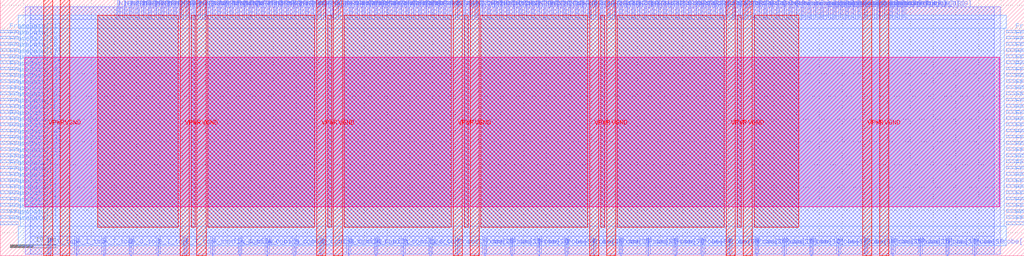
<source format=lef>
VERSION 5.7 ;
  NOWIREEXTENSIONATPIN ON ;
  DIVIDERCHAR "/" ;
  BUSBITCHARS "[]" ;
MACRO S_IO
  CLASS BLOCK ;
  FOREIGN S_IO ;
  ORIGIN 0.000 0.000 ;
  SIZE 225.000 BY 56.250 ;
  PIN A_I_top
    DIRECTION OUTPUT ;
    USE SIGNAL ;
    ANTENNADIFFAREA 0.445500 ;
    PORT
      LAYER met2 ;
        RECT 16.650 0.000 16.930 4.000 ;
    END
  END A_I_top
  PIN A_O_top
    DIRECTION INPUT ;
    USE SIGNAL ;
    ANTENNAGATEAREA 0.159000 ;
    PORT
      LAYER met2 ;
        RECT 10.670 0.000 10.950 4.000 ;
    END
  END A_O_top
  PIN A_T_top
    DIRECTION OUTPUT ;
    USE SIGNAL ;
    ANTENNADIFFAREA 0.445500 ;
    PORT
      LAYER met2 ;
        RECT 22.630 0.000 22.910 4.000 ;
    END
  END A_T_top
  PIN A_config_C_bit0
    DIRECTION OUTPUT ;
    USE SIGNAL ;
    ANTENNADIFFAREA 0.445500 ;
    PORT
      LAYER met2 ;
        RECT 46.550 0.000 46.830 4.000 ;
    END
  END A_config_C_bit0
  PIN A_config_C_bit1
    DIRECTION OUTPUT ;
    USE SIGNAL ;
    ANTENNADIFFAREA 0.445500 ;
    PORT
      LAYER met2 ;
        RECT 52.530 0.000 52.810 4.000 ;
    END
  END A_config_C_bit1
  PIN A_config_C_bit2
    DIRECTION OUTPUT ;
    USE SIGNAL ;
    ANTENNADIFFAREA 0.445500 ;
    PORT
      LAYER met2 ;
        RECT 58.510 0.000 58.790 4.000 ;
    END
  END A_config_C_bit2
  PIN A_config_C_bit3
    DIRECTION OUTPUT ;
    USE SIGNAL ;
    ANTENNADIFFAREA 0.445500 ;
    PORT
      LAYER met2 ;
        RECT 64.490 0.000 64.770 4.000 ;
    END
  END A_config_C_bit3
  PIN B_I_top
    DIRECTION OUTPUT ;
    USE SIGNAL ;
    ANTENNADIFFAREA 0.445500 ;
    PORT
      LAYER met2 ;
        RECT 34.590 0.000 34.870 4.000 ;
    END
  END B_I_top
  PIN B_O_top
    DIRECTION INPUT ;
    USE SIGNAL ;
    ANTENNAGATEAREA 0.213000 ;
    PORT
      LAYER met2 ;
        RECT 28.610 0.000 28.890 4.000 ;
    END
  END B_O_top
  PIN B_T_top
    DIRECTION OUTPUT ;
    USE SIGNAL ;
    ANTENNADIFFAREA 0.445500 ;
    PORT
      LAYER met2 ;
        RECT 40.570 0.000 40.850 4.000 ;
    END
  END B_T_top
  PIN B_config_C_bit0
    DIRECTION OUTPUT ;
    USE SIGNAL ;
    ANTENNADIFFAREA 0.445500 ;
    PORT
      LAYER met2 ;
        RECT 70.470 0.000 70.750 4.000 ;
    END
  END B_config_C_bit0
  PIN B_config_C_bit1
    DIRECTION OUTPUT ;
    USE SIGNAL ;
    ANTENNADIFFAREA 0.445500 ;
    PORT
      LAYER met2 ;
        RECT 76.450 0.000 76.730 4.000 ;
    END
  END B_config_C_bit1
  PIN B_config_C_bit2
    DIRECTION OUTPUT ;
    USE SIGNAL ;
    ANTENNADIFFAREA 0.445500 ;
    PORT
      LAYER met2 ;
        RECT 82.430 0.000 82.710 4.000 ;
    END
  END B_config_C_bit2
  PIN B_config_C_bit3
    DIRECTION OUTPUT ;
    USE SIGNAL ;
    ANTENNADIFFAREA 0.445500 ;
    PORT
      LAYER met2 ;
        RECT 88.410 0.000 88.690 4.000 ;
    END
  END B_config_C_bit3
  PIN Co
    DIRECTION OUTPUT ;
    USE SIGNAL ;
    PORT
      LAYER met2 ;
        RECT 97.610 52.250 97.890 56.250 ;
    END
  END Co
  PIN FrameData[0]
    DIRECTION INPUT ;
    USE SIGNAL ;
    ANTENNAGATEAREA 0.213000 ;
    PORT
      LAYER met3 ;
        RECT 0.000 6.840 4.000 7.440 ;
    END
  END FrameData[0]
  PIN FrameData[10]
    DIRECTION INPUT ;
    USE SIGNAL ;
    ANTENNAGATEAREA 0.213000 ;
    PORT
      LAYER met3 ;
        RECT 0.000 20.440 4.000 21.040 ;
    END
  END FrameData[10]
  PIN FrameData[11]
    DIRECTION INPUT ;
    USE SIGNAL ;
    ANTENNAGATEAREA 0.213000 ;
    PORT
      LAYER met3 ;
        RECT 0.000 21.800 4.000 22.400 ;
    END
  END FrameData[11]
  PIN FrameData[12]
    DIRECTION INPUT ;
    USE SIGNAL ;
    ANTENNAGATEAREA 0.213000 ;
    PORT
      LAYER met3 ;
        RECT 0.000 23.160 4.000 23.760 ;
    END
  END FrameData[12]
  PIN FrameData[13]
    DIRECTION INPUT ;
    USE SIGNAL ;
    ANTENNAGATEAREA 0.213000 ;
    PORT
      LAYER met3 ;
        RECT 0.000 24.520 4.000 25.120 ;
    END
  END FrameData[13]
  PIN FrameData[14]
    DIRECTION INPUT ;
    USE SIGNAL ;
    ANTENNAGATEAREA 0.213000 ;
    PORT
      LAYER met3 ;
        RECT 0.000 25.880 4.000 26.480 ;
    END
  END FrameData[14]
  PIN FrameData[15]
    DIRECTION INPUT ;
    USE SIGNAL ;
    ANTENNAGATEAREA 0.213000 ;
    PORT
      LAYER met3 ;
        RECT 0.000 27.240 4.000 27.840 ;
    END
  END FrameData[15]
  PIN FrameData[16]
    DIRECTION INPUT ;
    USE SIGNAL ;
    ANTENNAGATEAREA 0.213000 ;
    PORT
      LAYER met3 ;
        RECT 0.000 28.600 4.000 29.200 ;
    END
  END FrameData[16]
  PIN FrameData[17]
    DIRECTION INPUT ;
    USE SIGNAL ;
    ANTENNAGATEAREA 0.213000 ;
    PORT
      LAYER met3 ;
        RECT 0.000 29.960 4.000 30.560 ;
    END
  END FrameData[17]
  PIN FrameData[18]
    DIRECTION INPUT ;
    USE SIGNAL ;
    ANTENNAGATEAREA 0.213000 ;
    PORT
      LAYER met3 ;
        RECT 0.000 31.320 4.000 31.920 ;
    END
  END FrameData[18]
  PIN FrameData[19]
    DIRECTION INPUT ;
    USE SIGNAL ;
    ANTENNAGATEAREA 0.213000 ;
    PORT
      LAYER met3 ;
        RECT 0.000 32.680 4.000 33.280 ;
    END
  END FrameData[19]
  PIN FrameData[1]
    DIRECTION INPUT ;
    USE SIGNAL ;
    ANTENNAGATEAREA 0.213000 ;
    PORT
      LAYER met3 ;
        RECT 0.000 8.200 4.000 8.800 ;
    END
  END FrameData[1]
  PIN FrameData[20]
    DIRECTION INPUT ;
    USE SIGNAL ;
    ANTENNAGATEAREA 0.126000 ;
    PORT
      LAYER met3 ;
        RECT 0.000 34.040 4.000 34.640 ;
    END
  END FrameData[20]
  PIN FrameData[21]
    DIRECTION INPUT ;
    USE SIGNAL ;
    ANTENNAGATEAREA 0.126000 ;
    PORT
      LAYER met3 ;
        RECT 0.000 35.400 4.000 36.000 ;
    END
  END FrameData[21]
  PIN FrameData[22]
    DIRECTION INPUT ;
    USE SIGNAL ;
    ANTENNAGATEAREA 0.159000 ;
    PORT
      LAYER met3 ;
        RECT 0.000 36.760 4.000 37.360 ;
    END
  END FrameData[22]
  PIN FrameData[23]
    DIRECTION INPUT ;
    USE SIGNAL ;
    ANTENNAGATEAREA 0.159000 ;
    PORT
      LAYER met3 ;
        RECT 0.000 38.120 4.000 38.720 ;
    END
  END FrameData[23]
  PIN FrameData[24]
    DIRECTION INPUT ;
    USE SIGNAL ;
    ANTENNAGATEAREA 0.213000 ;
    PORT
      LAYER met3 ;
        RECT 0.000 39.480 4.000 40.080 ;
    END
  END FrameData[24]
  PIN FrameData[25]
    DIRECTION INPUT ;
    USE SIGNAL ;
    ANTENNAGATEAREA 0.213000 ;
    PORT
      LAYER met3 ;
        RECT 0.000 40.840 4.000 41.440 ;
    END
  END FrameData[25]
  PIN FrameData[26]
    DIRECTION INPUT ;
    USE SIGNAL ;
    ANTENNAGATEAREA 0.213000 ;
    PORT
      LAYER met3 ;
        RECT 0.000 42.200 4.000 42.800 ;
    END
  END FrameData[26]
  PIN FrameData[27]
    DIRECTION INPUT ;
    USE SIGNAL ;
    ANTENNAGATEAREA 0.213000 ;
    PORT
      LAYER met3 ;
        RECT 0.000 43.560 4.000 44.160 ;
    END
  END FrameData[27]
  PIN FrameData[28]
    DIRECTION INPUT ;
    USE SIGNAL ;
    ANTENNAGATEAREA 0.213000 ;
    PORT
      LAYER met3 ;
        RECT 0.000 44.920 4.000 45.520 ;
    END
  END FrameData[28]
  PIN FrameData[29]
    DIRECTION INPUT ;
    USE SIGNAL ;
    ANTENNAGATEAREA 0.126000 ;
    PORT
      LAYER met3 ;
        RECT 0.000 46.280 4.000 46.880 ;
    END
  END FrameData[29]
  PIN FrameData[2]
    DIRECTION INPUT ;
    USE SIGNAL ;
    ANTENNAGATEAREA 0.126000 ;
    PORT
      LAYER met3 ;
        RECT 0.000 9.560 4.000 10.160 ;
    END
  END FrameData[2]
  PIN FrameData[30]
    DIRECTION INPUT ;
    USE SIGNAL ;
    ANTENNAGATEAREA 0.213000 ;
    PORT
      LAYER met3 ;
        RECT 0.000 47.640 4.000 48.240 ;
    END
  END FrameData[30]
  PIN FrameData[31]
    DIRECTION INPUT ;
    USE SIGNAL ;
    ANTENNAGATEAREA 0.213000 ;
    PORT
      LAYER met3 ;
        RECT 0.000 49.000 4.000 49.600 ;
    END
  END FrameData[31]
  PIN FrameData[3]
    DIRECTION INPUT ;
    USE SIGNAL ;
    ANTENNAGATEAREA 0.126000 ;
    PORT
      LAYER met3 ;
        RECT 0.000 10.920 4.000 11.520 ;
    END
  END FrameData[3]
  PIN FrameData[4]
    DIRECTION INPUT ;
    USE SIGNAL ;
    ANTENNAGATEAREA 0.126000 ;
    PORT
      LAYER met3 ;
        RECT 0.000 12.280 4.000 12.880 ;
    END
  END FrameData[4]
  PIN FrameData[5]
    DIRECTION INPUT ;
    USE SIGNAL ;
    ANTENNAGATEAREA 0.213000 ;
    PORT
      LAYER met3 ;
        RECT 0.000 13.640 4.000 14.240 ;
    END
  END FrameData[5]
  PIN FrameData[6]
    DIRECTION INPUT ;
    USE SIGNAL ;
    ANTENNAGATEAREA 0.213000 ;
    PORT
      LAYER met3 ;
        RECT 0.000 15.000 4.000 15.600 ;
    END
  END FrameData[6]
  PIN FrameData[7]
    DIRECTION INPUT ;
    USE SIGNAL ;
    ANTENNAGATEAREA 0.213000 ;
    PORT
      LAYER met3 ;
        RECT 0.000 16.360 4.000 16.960 ;
    END
  END FrameData[7]
  PIN FrameData[8]
    DIRECTION INPUT ;
    USE SIGNAL ;
    ANTENNAGATEAREA 0.196500 ;
    PORT
      LAYER met3 ;
        RECT 0.000 17.720 4.000 18.320 ;
    END
  END FrameData[8]
  PIN FrameData[9]
    DIRECTION INPUT ;
    USE SIGNAL ;
    ANTENNAGATEAREA 0.196500 ;
    PORT
      LAYER met3 ;
        RECT 0.000 19.080 4.000 19.680 ;
    END
  END FrameData[9]
  PIN FrameData_O[0]
    DIRECTION OUTPUT ;
    USE SIGNAL ;
    ANTENNADIFFAREA 0.445500 ;
    PORT
      LAYER met3 ;
        RECT 221.000 6.840 225.000 7.440 ;
    END
  END FrameData_O[0]
  PIN FrameData_O[10]
    DIRECTION OUTPUT ;
    USE SIGNAL ;
    ANTENNADIFFAREA 0.445500 ;
    PORT
      LAYER met3 ;
        RECT 221.000 20.440 225.000 21.040 ;
    END
  END FrameData_O[10]
  PIN FrameData_O[11]
    DIRECTION OUTPUT ;
    USE SIGNAL ;
    ANTENNADIFFAREA 0.445500 ;
    PORT
      LAYER met3 ;
        RECT 221.000 21.800 225.000 22.400 ;
    END
  END FrameData_O[11]
  PIN FrameData_O[12]
    DIRECTION OUTPUT ;
    USE SIGNAL ;
    ANTENNADIFFAREA 0.445500 ;
    PORT
      LAYER met3 ;
        RECT 221.000 23.160 225.000 23.760 ;
    END
  END FrameData_O[12]
  PIN FrameData_O[13]
    DIRECTION OUTPUT ;
    USE SIGNAL ;
    ANTENNADIFFAREA 0.445500 ;
    PORT
      LAYER met3 ;
        RECT 221.000 24.520 225.000 25.120 ;
    END
  END FrameData_O[13]
  PIN FrameData_O[14]
    DIRECTION OUTPUT ;
    USE SIGNAL ;
    ANTENNADIFFAREA 0.445500 ;
    PORT
      LAYER met3 ;
        RECT 221.000 25.880 225.000 26.480 ;
    END
  END FrameData_O[14]
  PIN FrameData_O[15]
    DIRECTION OUTPUT ;
    USE SIGNAL ;
    ANTENNADIFFAREA 0.445500 ;
    PORT
      LAYER met3 ;
        RECT 221.000 27.240 225.000 27.840 ;
    END
  END FrameData_O[15]
  PIN FrameData_O[16]
    DIRECTION OUTPUT ;
    USE SIGNAL ;
    ANTENNADIFFAREA 0.445500 ;
    PORT
      LAYER met3 ;
        RECT 221.000 28.600 225.000 29.200 ;
    END
  END FrameData_O[16]
  PIN FrameData_O[17]
    DIRECTION OUTPUT ;
    USE SIGNAL ;
    ANTENNADIFFAREA 0.445500 ;
    PORT
      LAYER met3 ;
        RECT 221.000 29.960 225.000 30.560 ;
    END
  END FrameData_O[17]
  PIN FrameData_O[18]
    DIRECTION OUTPUT ;
    USE SIGNAL ;
    ANTENNADIFFAREA 0.445500 ;
    PORT
      LAYER met3 ;
        RECT 221.000 31.320 225.000 31.920 ;
    END
  END FrameData_O[18]
  PIN FrameData_O[19]
    DIRECTION OUTPUT ;
    USE SIGNAL ;
    ANTENNADIFFAREA 0.445500 ;
    PORT
      LAYER met3 ;
        RECT 221.000 32.680 225.000 33.280 ;
    END
  END FrameData_O[19]
  PIN FrameData_O[1]
    DIRECTION OUTPUT ;
    USE SIGNAL ;
    ANTENNADIFFAREA 0.445500 ;
    PORT
      LAYER met3 ;
        RECT 221.000 8.200 225.000 8.800 ;
    END
  END FrameData_O[1]
  PIN FrameData_O[20]
    DIRECTION OUTPUT ;
    USE SIGNAL ;
    ANTENNADIFFAREA 0.445500 ;
    PORT
      LAYER met3 ;
        RECT 221.000 34.040 225.000 34.640 ;
    END
  END FrameData_O[20]
  PIN FrameData_O[21]
    DIRECTION OUTPUT ;
    USE SIGNAL ;
    ANTENNADIFFAREA 0.445500 ;
    PORT
      LAYER met3 ;
        RECT 221.000 35.400 225.000 36.000 ;
    END
  END FrameData_O[21]
  PIN FrameData_O[22]
    DIRECTION OUTPUT ;
    USE SIGNAL ;
    ANTENNADIFFAREA 0.445500 ;
    PORT
      LAYER met3 ;
        RECT 221.000 36.760 225.000 37.360 ;
    END
  END FrameData_O[22]
  PIN FrameData_O[23]
    DIRECTION OUTPUT ;
    USE SIGNAL ;
    ANTENNADIFFAREA 0.445500 ;
    PORT
      LAYER met3 ;
        RECT 221.000 38.120 225.000 38.720 ;
    END
  END FrameData_O[23]
  PIN FrameData_O[24]
    DIRECTION OUTPUT ;
    USE SIGNAL ;
    ANTENNADIFFAREA 0.445500 ;
    PORT
      LAYER met3 ;
        RECT 221.000 39.480 225.000 40.080 ;
    END
  END FrameData_O[24]
  PIN FrameData_O[25]
    DIRECTION OUTPUT ;
    USE SIGNAL ;
    ANTENNADIFFAREA 0.445500 ;
    PORT
      LAYER met3 ;
        RECT 221.000 40.840 225.000 41.440 ;
    END
  END FrameData_O[25]
  PIN FrameData_O[26]
    DIRECTION OUTPUT ;
    USE SIGNAL ;
    ANTENNADIFFAREA 0.445500 ;
    PORT
      LAYER met3 ;
        RECT 221.000 42.200 225.000 42.800 ;
    END
  END FrameData_O[26]
  PIN FrameData_O[27]
    DIRECTION OUTPUT ;
    USE SIGNAL ;
    ANTENNADIFFAREA 0.445500 ;
    PORT
      LAYER met3 ;
        RECT 221.000 43.560 225.000 44.160 ;
    END
  END FrameData_O[27]
  PIN FrameData_O[28]
    DIRECTION OUTPUT ;
    USE SIGNAL ;
    ANTENNADIFFAREA 0.445500 ;
    PORT
      LAYER met3 ;
        RECT 221.000 44.920 225.000 45.520 ;
    END
  END FrameData_O[28]
  PIN FrameData_O[29]
    DIRECTION OUTPUT ;
    USE SIGNAL ;
    ANTENNADIFFAREA 0.445500 ;
    PORT
      LAYER met3 ;
        RECT 221.000 46.280 225.000 46.880 ;
    END
  END FrameData_O[29]
  PIN FrameData_O[2]
    DIRECTION OUTPUT ;
    USE SIGNAL ;
    ANTENNADIFFAREA 0.445500 ;
    PORT
      LAYER met3 ;
        RECT 221.000 9.560 225.000 10.160 ;
    END
  END FrameData_O[2]
  PIN FrameData_O[30]
    DIRECTION OUTPUT ;
    USE SIGNAL ;
    ANTENNADIFFAREA 0.445500 ;
    PORT
      LAYER met3 ;
        RECT 221.000 47.640 225.000 48.240 ;
    END
  END FrameData_O[30]
  PIN FrameData_O[31]
    DIRECTION OUTPUT ;
    USE SIGNAL ;
    ANTENNADIFFAREA 0.445500 ;
    PORT
      LAYER met3 ;
        RECT 221.000 49.000 225.000 49.600 ;
    END
  END FrameData_O[31]
  PIN FrameData_O[3]
    DIRECTION OUTPUT ;
    USE SIGNAL ;
    ANTENNADIFFAREA 0.445500 ;
    PORT
      LAYER met3 ;
        RECT 221.000 10.920 225.000 11.520 ;
    END
  END FrameData_O[3]
  PIN FrameData_O[4]
    DIRECTION OUTPUT ;
    USE SIGNAL ;
    ANTENNADIFFAREA 0.445500 ;
    PORT
      LAYER met3 ;
        RECT 221.000 12.280 225.000 12.880 ;
    END
  END FrameData_O[4]
  PIN FrameData_O[5]
    DIRECTION OUTPUT ;
    USE SIGNAL ;
    ANTENNADIFFAREA 0.445500 ;
    PORT
      LAYER met3 ;
        RECT 221.000 13.640 225.000 14.240 ;
    END
  END FrameData_O[5]
  PIN FrameData_O[6]
    DIRECTION OUTPUT ;
    USE SIGNAL ;
    ANTENNADIFFAREA 0.445500 ;
    PORT
      LAYER met3 ;
        RECT 221.000 15.000 225.000 15.600 ;
    END
  END FrameData_O[6]
  PIN FrameData_O[7]
    DIRECTION OUTPUT ;
    USE SIGNAL ;
    ANTENNADIFFAREA 0.445500 ;
    PORT
      LAYER met3 ;
        RECT 221.000 16.360 225.000 16.960 ;
    END
  END FrameData_O[7]
  PIN FrameData_O[8]
    DIRECTION OUTPUT ;
    USE SIGNAL ;
    ANTENNADIFFAREA 0.445500 ;
    PORT
      LAYER met3 ;
        RECT 221.000 17.720 225.000 18.320 ;
    END
  END FrameData_O[8]
  PIN FrameData_O[9]
    DIRECTION OUTPUT ;
    USE SIGNAL ;
    ANTENNADIFFAREA 0.445500 ;
    PORT
      LAYER met3 ;
        RECT 221.000 19.080 225.000 19.680 ;
    END
  END FrameData_O[9]
  PIN FrameStrobe[0]
    DIRECTION INPUT ;
    USE SIGNAL ;
    ANTENNAGATEAREA 0.213000 ;
    PORT
      LAYER met2 ;
        RECT 100.370 0.000 100.650 4.000 ;
    END
  END FrameStrobe[0]
  PIN FrameStrobe[10]
    DIRECTION INPUT ;
    USE SIGNAL ;
    ANTENNAGATEAREA 0.196500 ;
    PORT
      LAYER met2 ;
        RECT 160.170 0.000 160.450 4.000 ;
    END
  END FrameStrobe[10]
  PIN FrameStrobe[11]
    DIRECTION INPUT ;
    USE SIGNAL ;
    ANTENNAGATEAREA 0.196500 ;
    PORT
      LAYER met2 ;
        RECT 166.150 0.000 166.430 4.000 ;
    END
  END FrameStrobe[11]
  PIN FrameStrobe[12]
    DIRECTION INPUT ;
    USE SIGNAL ;
    ANTENNAGATEAREA 0.196500 ;
    PORT
      LAYER met2 ;
        RECT 172.130 0.000 172.410 4.000 ;
    END
  END FrameStrobe[12]
  PIN FrameStrobe[13]
    DIRECTION INPUT ;
    USE SIGNAL ;
    ANTENNAGATEAREA 0.196500 ;
    PORT
      LAYER met2 ;
        RECT 178.110 0.000 178.390 4.000 ;
    END
  END FrameStrobe[13]
  PIN FrameStrobe[14]
    DIRECTION INPUT ;
    USE SIGNAL ;
    ANTENNAGATEAREA 0.196500 ;
    PORT
      LAYER met2 ;
        RECT 184.090 0.000 184.370 4.000 ;
    END
  END FrameStrobe[14]
  PIN FrameStrobe[15]
    DIRECTION INPUT ;
    USE SIGNAL ;
    ANTENNAGATEAREA 0.196500 ;
    PORT
      LAYER met2 ;
        RECT 190.070 0.000 190.350 4.000 ;
    END
  END FrameStrobe[15]
  PIN FrameStrobe[16]
    DIRECTION INPUT ;
    USE SIGNAL ;
    ANTENNAGATEAREA 0.196500 ;
    PORT
      LAYER met2 ;
        RECT 196.050 0.000 196.330 4.000 ;
    END
  END FrameStrobe[16]
  PIN FrameStrobe[17]
    DIRECTION INPUT ;
    USE SIGNAL ;
    ANTENNAGATEAREA 0.196500 ;
    PORT
      LAYER met2 ;
        RECT 202.030 0.000 202.310 4.000 ;
    END
  END FrameStrobe[17]
  PIN FrameStrobe[18]
    DIRECTION INPUT ;
    USE SIGNAL ;
    ANTENNAGATEAREA 0.196500 ;
    PORT
      LAYER met2 ;
        RECT 208.010 0.000 208.290 4.000 ;
    END
  END FrameStrobe[18]
  PIN FrameStrobe[19]
    DIRECTION INPUT ;
    USE SIGNAL ;
    ANTENNAGATEAREA 0.196500 ;
    PORT
      LAYER met2 ;
        RECT 213.990 0.000 214.270 4.000 ;
    END
  END FrameStrobe[19]
  PIN FrameStrobe[1]
    DIRECTION INPUT ;
    USE SIGNAL ;
    ANTENNAGATEAREA 0.647700 ;
    ANTENNADIFFAREA 0.434700 ;
    PORT
      LAYER met2 ;
        RECT 106.350 0.000 106.630 4.000 ;
    END
  END FrameStrobe[1]
  PIN FrameStrobe[2]
    DIRECTION INPUT ;
    USE SIGNAL ;
    ANTENNAGATEAREA 0.196500 ;
    PORT
      LAYER met2 ;
        RECT 112.330 0.000 112.610 4.000 ;
    END
  END FrameStrobe[2]
  PIN FrameStrobe[3]
    DIRECTION INPUT ;
    USE SIGNAL ;
    ANTENNAGATEAREA 0.593700 ;
    ANTENNADIFFAREA 0.434700 ;
    PORT
      LAYER met2 ;
        RECT 118.310 0.000 118.590 4.000 ;
    END
  END FrameStrobe[3]
  PIN FrameStrobe[4]
    DIRECTION INPUT ;
    USE SIGNAL ;
    ANTENNAGATEAREA 0.196500 ;
    PORT
      LAYER met2 ;
        RECT 124.290 0.000 124.570 4.000 ;
    END
  END FrameStrobe[4]
  PIN FrameStrobe[5]
    DIRECTION INPUT ;
    USE SIGNAL ;
    ANTENNAGATEAREA 0.196500 ;
    PORT
      LAYER met2 ;
        RECT 130.270 0.000 130.550 4.000 ;
    END
  END FrameStrobe[5]
  PIN FrameStrobe[6]
    DIRECTION INPUT ;
    USE SIGNAL ;
    ANTENNAGATEAREA 0.196500 ;
    PORT
      LAYER met2 ;
        RECT 136.250 0.000 136.530 4.000 ;
    END
  END FrameStrobe[6]
  PIN FrameStrobe[7]
    DIRECTION INPUT ;
    USE SIGNAL ;
    ANTENNAGATEAREA 0.196500 ;
    PORT
      LAYER met2 ;
        RECT 142.230 0.000 142.510 4.000 ;
    END
  END FrameStrobe[7]
  PIN FrameStrobe[8]
    DIRECTION INPUT ;
    USE SIGNAL ;
    ANTENNAGATEAREA 0.196500 ;
    PORT
      LAYER met2 ;
        RECT 148.210 0.000 148.490 4.000 ;
    END
  END FrameStrobe[8]
  PIN FrameStrobe[9]
    DIRECTION INPUT ;
    USE SIGNAL ;
    ANTENNAGATEAREA 0.196500 ;
    PORT
      LAYER met2 ;
        RECT 154.190 0.000 154.470 4.000 ;
    END
  END FrameStrobe[9]
  PIN FrameStrobe_O[0]
    DIRECTION OUTPUT ;
    USE SIGNAL ;
    ANTENNADIFFAREA 0.445500 ;
    PORT
      LAYER met2 ;
        RECT 172.130 52.250 172.410 56.250 ;
    END
  END FrameStrobe_O[0]
  PIN FrameStrobe_O[10]
    DIRECTION OUTPUT ;
    USE SIGNAL ;
    ANTENNADIFFAREA 0.445500 ;
    PORT
      LAYER met2 ;
        RECT 185.930 52.250 186.210 56.250 ;
    END
  END FrameStrobe_O[10]
  PIN FrameStrobe_O[11]
    DIRECTION OUTPUT ;
    USE SIGNAL ;
    ANTENNADIFFAREA 0.445500 ;
    PORT
      LAYER met2 ;
        RECT 187.310 52.250 187.590 56.250 ;
    END
  END FrameStrobe_O[11]
  PIN FrameStrobe_O[12]
    DIRECTION OUTPUT ;
    USE SIGNAL ;
    ANTENNADIFFAREA 0.445500 ;
    PORT
      LAYER met2 ;
        RECT 188.690 52.250 188.970 56.250 ;
    END
  END FrameStrobe_O[12]
  PIN FrameStrobe_O[13]
    DIRECTION OUTPUT ;
    USE SIGNAL ;
    ANTENNADIFFAREA 0.445500 ;
    PORT
      LAYER met2 ;
        RECT 190.070 52.250 190.350 56.250 ;
    END
  END FrameStrobe_O[13]
  PIN FrameStrobe_O[14]
    DIRECTION OUTPUT ;
    USE SIGNAL ;
    ANTENNADIFFAREA 0.445500 ;
    PORT
      LAYER met2 ;
        RECT 191.450 52.250 191.730 56.250 ;
    END
  END FrameStrobe_O[14]
  PIN FrameStrobe_O[15]
    DIRECTION OUTPUT ;
    USE SIGNAL ;
    ANTENNADIFFAREA 0.445500 ;
    PORT
      LAYER met2 ;
        RECT 192.830 52.250 193.110 56.250 ;
    END
  END FrameStrobe_O[15]
  PIN FrameStrobe_O[16]
    DIRECTION OUTPUT ;
    USE SIGNAL ;
    ANTENNADIFFAREA 0.445500 ;
    PORT
      LAYER met2 ;
        RECT 194.210 52.250 194.490 56.250 ;
    END
  END FrameStrobe_O[16]
  PIN FrameStrobe_O[17]
    DIRECTION OUTPUT ;
    USE SIGNAL ;
    ANTENNADIFFAREA 0.445500 ;
    PORT
      LAYER met2 ;
        RECT 195.590 52.250 195.870 56.250 ;
    END
  END FrameStrobe_O[17]
  PIN FrameStrobe_O[18]
    DIRECTION OUTPUT ;
    USE SIGNAL ;
    ANTENNADIFFAREA 0.445500 ;
    PORT
      LAYER met2 ;
        RECT 196.970 52.250 197.250 56.250 ;
    END
  END FrameStrobe_O[18]
  PIN FrameStrobe_O[19]
    DIRECTION OUTPUT ;
    USE SIGNAL ;
    ANTENNADIFFAREA 0.445500 ;
    PORT
      LAYER met2 ;
        RECT 198.350 52.250 198.630 56.250 ;
    END
  END FrameStrobe_O[19]
  PIN FrameStrobe_O[1]
    DIRECTION OUTPUT ;
    USE SIGNAL ;
    ANTENNADIFFAREA 0.445500 ;
    PORT
      LAYER met2 ;
        RECT 173.510 52.250 173.790 56.250 ;
    END
  END FrameStrobe_O[1]
  PIN FrameStrobe_O[2]
    DIRECTION OUTPUT ;
    USE SIGNAL ;
    ANTENNADIFFAREA 0.445500 ;
    PORT
      LAYER met2 ;
        RECT 174.890 52.250 175.170 56.250 ;
    END
  END FrameStrobe_O[2]
  PIN FrameStrobe_O[3]
    DIRECTION OUTPUT ;
    USE SIGNAL ;
    ANTENNADIFFAREA 0.445500 ;
    PORT
      LAYER met2 ;
        RECT 176.270 52.250 176.550 56.250 ;
    END
  END FrameStrobe_O[3]
  PIN FrameStrobe_O[4]
    DIRECTION OUTPUT ;
    USE SIGNAL ;
    ANTENNADIFFAREA 0.445500 ;
    PORT
      LAYER met2 ;
        RECT 177.650 52.250 177.930 56.250 ;
    END
  END FrameStrobe_O[4]
  PIN FrameStrobe_O[5]
    DIRECTION OUTPUT ;
    USE SIGNAL ;
    ANTENNADIFFAREA 0.445500 ;
    PORT
      LAYER met2 ;
        RECT 179.030 52.250 179.310 56.250 ;
    END
  END FrameStrobe_O[5]
  PIN FrameStrobe_O[6]
    DIRECTION OUTPUT ;
    USE SIGNAL ;
    ANTENNADIFFAREA 0.445500 ;
    PORT
      LAYER met2 ;
        RECT 180.410 52.250 180.690 56.250 ;
    END
  END FrameStrobe_O[6]
  PIN FrameStrobe_O[7]
    DIRECTION OUTPUT ;
    USE SIGNAL ;
    ANTENNADIFFAREA 0.445500 ;
    PORT
      LAYER met2 ;
        RECT 181.790 52.250 182.070 56.250 ;
    END
  END FrameStrobe_O[7]
  PIN FrameStrobe_O[8]
    DIRECTION OUTPUT ;
    USE SIGNAL ;
    ANTENNADIFFAREA 0.445500 ;
    PORT
      LAYER met2 ;
        RECT 183.170 52.250 183.450 56.250 ;
    END
  END FrameStrobe_O[8]
  PIN FrameStrobe_O[9]
    DIRECTION OUTPUT ;
    USE SIGNAL ;
    ANTENNADIFFAREA 0.445500 ;
    PORT
      LAYER met2 ;
        RECT 184.550 52.250 184.830 56.250 ;
    END
  END FrameStrobe_O[9]
  PIN N1BEG[0]
    DIRECTION OUTPUT ;
    USE SIGNAL ;
    ANTENNADIFFAREA 0.445500 ;
    PORT
      LAYER met2 ;
        RECT 25.850 52.250 26.130 56.250 ;
    END
  END N1BEG[0]
  PIN N1BEG[1]
    DIRECTION OUTPUT ;
    USE SIGNAL ;
    ANTENNADIFFAREA 0.445500 ;
    PORT
      LAYER met2 ;
        RECT 27.230 52.250 27.510 56.250 ;
    END
  END N1BEG[1]
  PIN N1BEG[2]
    DIRECTION OUTPUT ;
    USE SIGNAL ;
    ANTENNADIFFAREA 0.445500 ;
    PORT
      LAYER met2 ;
        RECT 28.610 52.250 28.890 56.250 ;
    END
  END N1BEG[2]
  PIN N1BEG[3]
    DIRECTION OUTPUT ;
    USE SIGNAL ;
    ANTENNADIFFAREA 0.445500 ;
    PORT
      LAYER met2 ;
        RECT 29.990 52.250 30.270 56.250 ;
    END
  END N1BEG[3]
  PIN N2BEG[0]
    DIRECTION OUTPUT ;
    USE SIGNAL ;
    ANTENNADIFFAREA 0.445500 ;
    PORT
      LAYER met2 ;
        RECT 31.370 52.250 31.650 56.250 ;
    END
  END N2BEG[0]
  PIN N2BEG[1]
    DIRECTION OUTPUT ;
    USE SIGNAL ;
    ANTENNADIFFAREA 0.445500 ;
    PORT
      LAYER met2 ;
        RECT 32.750 52.250 33.030 56.250 ;
    END
  END N2BEG[1]
  PIN N2BEG[2]
    DIRECTION OUTPUT ;
    USE SIGNAL ;
    ANTENNADIFFAREA 0.445500 ;
    PORT
      LAYER met2 ;
        RECT 34.130 52.250 34.410 56.250 ;
    END
  END N2BEG[2]
  PIN N2BEG[3]
    DIRECTION OUTPUT ;
    USE SIGNAL ;
    ANTENNADIFFAREA 0.445500 ;
    PORT
      LAYER met2 ;
        RECT 35.510 52.250 35.790 56.250 ;
    END
  END N2BEG[3]
  PIN N2BEG[4]
    DIRECTION OUTPUT ;
    USE SIGNAL ;
    ANTENNADIFFAREA 0.445500 ;
    PORT
      LAYER met2 ;
        RECT 36.890 52.250 37.170 56.250 ;
    END
  END N2BEG[4]
  PIN N2BEG[5]
    DIRECTION OUTPUT ;
    USE SIGNAL ;
    ANTENNADIFFAREA 0.445500 ;
    PORT
      LAYER met2 ;
        RECT 38.270 52.250 38.550 56.250 ;
    END
  END N2BEG[5]
  PIN N2BEG[6]
    DIRECTION OUTPUT ;
    USE SIGNAL ;
    ANTENNADIFFAREA 0.445500 ;
    PORT
      LAYER met2 ;
        RECT 39.650 52.250 39.930 56.250 ;
    END
  END N2BEG[6]
  PIN N2BEG[7]
    DIRECTION OUTPUT ;
    USE SIGNAL ;
    ANTENNADIFFAREA 0.445500 ;
    PORT
      LAYER met2 ;
        RECT 41.030 52.250 41.310 56.250 ;
    END
  END N2BEG[7]
  PIN N2BEGb[0]
    DIRECTION OUTPUT ;
    USE SIGNAL ;
    ANTENNADIFFAREA 0.445500 ;
    PORT
      LAYER met2 ;
        RECT 42.410 52.250 42.690 56.250 ;
    END
  END N2BEGb[0]
  PIN N2BEGb[1]
    DIRECTION OUTPUT ;
    USE SIGNAL ;
    ANTENNADIFFAREA 0.445500 ;
    PORT
      LAYER met2 ;
        RECT 43.790 52.250 44.070 56.250 ;
    END
  END N2BEGb[1]
  PIN N2BEGb[2]
    DIRECTION OUTPUT ;
    USE SIGNAL ;
    ANTENNADIFFAREA 0.445500 ;
    PORT
      LAYER met2 ;
        RECT 45.170 52.250 45.450 56.250 ;
    END
  END N2BEGb[2]
  PIN N2BEGb[3]
    DIRECTION OUTPUT ;
    USE SIGNAL ;
    ANTENNADIFFAREA 0.445500 ;
    PORT
      LAYER met2 ;
        RECT 46.550 52.250 46.830 56.250 ;
    END
  END N2BEGb[3]
  PIN N2BEGb[4]
    DIRECTION OUTPUT ;
    USE SIGNAL ;
    ANTENNADIFFAREA 0.445500 ;
    PORT
      LAYER met2 ;
        RECT 47.930 52.250 48.210 56.250 ;
    END
  END N2BEGb[4]
  PIN N2BEGb[5]
    DIRECTION OUTPUT ;
    USE SIGNAL ;
    ANTENNADIFFAREA 0.445500 ;
    PORT
      LAYER met2 ;
        RECT 49.310 52.250 49.590 56.250 ;
    END
  END N2BEGb[5]
  PIN N2BEGb[6]
    DIRECTION OUTPUT ;
    USE SIGNAL ;
    ANTENNADIFFAREA 0.445500 ;
    PORT
      LAYER met2 ;
        RECT 50.690 52.250 50.970 56.250 ;
    END
  END N2BEGb[6]
  PIN N2BEGb[7]
    DIRECTION OUTPUT ;
    USE SIGNAL ;
    ANTENNADIFFAREA 0.445500 ;
    PORT
      LAYER met2 ;
        RECT 52.070 52.250 52.350 56.250 ;
    END
  END N2BEGb[7]
  PIN N4BEG[0]
    DIRECTION OUTPUT ;
    USE SIGNAL ;
    ANTENNADIFFAREA 0.445500 ;
    PORT
      LAYER met2 ;
        RECT 53.450 52.250 53.730 56.250 ;
    END
  END N4BEG[0]
  PIN N4BEG[10]
    DIRECTION OUTPUT ;
    USE SIGNAL ;
    ANTENNADIFFAREA 0.445500 ;
    PORT
      LAYER met2 ;
        RECT 67.250 52.250 67.530 56.250 ;
    END
  END N4BEG[10]
  PIN N4BEG[11]
    DIRECTION OUTPUT ;
    USE SIGNAL ;
    ANTENNADIFFAREA 0.445500 ;
    PORT
      LAYER met2 ;
        RECT 68.630 52.250 68.910 56.250 ;
    END
  END N4BEG[11]
  PIN N4BEG[12]
    DIRECTION OUTPUT ;
    USE SIGNAL ;
    ANTENNADIFFAREA 0.445500 ;
    PORT
      LAYER met2 ;
        RECT 70.010 52.250 70.290 56.250 ;
    END
  END N4BEG[12]
  PIN N4BEG[13]
    DIRECTION OUTPUT ;
    USE SIGNAL ;
    ANTENNADIFFAREA 0.445500 ;
    PORT
      LAYER met2 ;
        RECT 71.390 52.250 71.670 56.250 ;
    END
  END N4BEG[13]
  PIN N4BEG[14]
    DIRECTION OUTPUT ;
    USE SIGNAL ;
    ANTENNADIFFAREA 0.445500 ;
    PORT
      LAYER met2 ;
        RECT 72.770 52.250 73.050 56.250 ;
    END
  END N4BEG[14]
  PIN N4BEG[15]
    DIRECTION OUTPUT ;
    USE SIGNAL ;
    ANTENNADIFFAREA 0.445500 ;
    PORT
      LAYER met2 ;
        RECT 74.150 52.250 74.430 56.250 ;
    END
  END N4BEG[15]
  PIN N4BEG[1]
    DIRECTION OUTPUT ;
    USE SIGNAL ;
    ANTENNADIFFAREA 0.445500 ;
    PORT
      LAYER met2 ;
        RECT 54.830 52.250 55.110 56.250 ;
    END
  END N4BEG[1]
  PIN N4BEG[2]
    DIRECTION OUTPUT ;
    USE SIGNAL ;
    ANTENNADIFFAREA 0.445500 ;
    PORT
      LAYER met2 ;
        RECT 56.210 52.250 56.490 56.250 ;
    END
  END N4BEG[2]
  PIN N4BEG[3]
    DIRECTION OUTPUT ;
    USE SIGNAL ;
    ANTENNADIFFAREA 0.445500 ;
    PORT
      LAYER met2 ;
        RECT 57.590 52.250 57.870 56.250 ;
    END
  END N4BEG[3]
  PIN N4BEG[4]
    DIRECTION OUTPUT ;
    USE SIGNAL ;
    ANTENNADIFFAREA 0.445500 ;
    PORT
      LAYER met2 ;
        RECT 58.970 52.250 59.250 56.250 ;
    END
  END N4BEG[4]
  PIN N4BEG[5]
    DIRECTION OUTPUT ;
    USE SIGNAL ;
    ANTENNADIFFAREA 0.445500 ;
    PORT
      LAYER met2 ;
        RECT 60.350 52.250 60.630 56.250 ;
    END
  END N4BEG[5]
  PIN N4BEG[6]
    DIRECTION OUTPUT ;
    USE SIGNAL ;
    ANTENNADIFFAREA 0.445500 ;
    PORT
      LAYER met2 ;
        RECT 61.730 52.250 62.010 56.250 ;
    END
  END N4BEG[6]
  PIN N4BEG[7]
    DIRECTION OUTPUT ;
    USE SIGNAL ;
    ANTENNADIFFAREA 0.445500 ;
    PORT
      LAYER met2 ;
        RECT 63.110 52.250 63.390 56.250 ;
    END
  END N4BEG[7]
  PIN N4BEG[8]
    DIRECTION OUTPUT ;
    USE SIGNAL ;
    ANTENNADIFFAREA 0.445500 ;
    PORT
      LAYER met2 ;
        RECT 64.490 52.250 64.770 56.250 ;
    END
  END N4BEG[8]
  PIN N4BEG[9]
    DIRECTION OUTPUT ;
    USE SIGNAL ;
    ANTENNADIFFAREA 0.445500 ;
    PORT
      LAYER met2 ;
        RECT 65.870 52.250 66.150 56.250 ;
    END
  END N4BEG[9]
  PIN NN4BEG[0]
    DIRECTION OUTPUT ;
    USE SIGNAL ;
    ANTENNADIFFAREA 0.445500 ;
    PORT
      LAYER met2 ;
        RECT 75.530 52.250 75.810 56.250 ;
    END
  END NN4BEG[0]
  PIN NN4BEG[10]
    DIRECTION OUTPUT ;
    USE SIGNAL ;
    ANTENNADIFFAREA 0.445500 ;
    PORT
      LAYER met2 ;
        RECT 89.330 52.250 89.610 56.250 ;
    END
  END NN4BEG[10]
  PIN NN4BEG[11]
    DIRECTION OUTPUT ;
    USE SIGNAL ;
    ANTENNADIFFAREA 0.445500 ;
    PORT
      LAYER met2 ;
        RECT 90.710 52.250 90.990 56.250 ;
    END
  END NN4BEG[11]
  PIN NN4BEG[12]
    DIRECTION OUTPUT ;
    USE SIGNAL ;
    ANTENNADIFFAREA 0.445500 ;
    PORT
      LAYER met2 ;
        RECT 92.090 52.250 92.370 56.250 ;
    END
  END NN4BEG[12]
  PIN NN4BEG[13]
    DIRECTION OUTPUT ;
    USE SIGNAL ;
    ANTENNADIFFAREA 0.445500 ;
    PORT
      LAYER met2 ;
        RECT 93.470 52.250 93.750 56.250 ;
    END
  END NN4BEG[13]
  PIN NN4BEG[14]
    DIRECTION OUTPUT ;
    USE SIGNAL ;
    ANTENNADIFFAREA 0.445500 ;
    PORT
      LAYER met2 ;
        RECT 94.850 52.250 95.130 56.250 ;
    END
  END NN4BEG[14]
  PIN NN4BEG[15]
    DIRECTION OUTPUT ;
    USE SIGNAL ;
    ANTENNADIFFAREA 0.445500 ;
    PORT
      LAYER met2 ;
        RECT 96.230 52.250 96.510 56.250 ;
    END
  END NN4BEG[15]
  PIN NN4BEG[1]
    DIRECTION OUTPUT ;
    USE SIGNAL ;
    ANTENNADIFFAREA 0.445500 ;
    PORT
      LAYER met2 ;
        RECT 76.910 52.250 77.190 56.250 ;
    END
  END NN4BEG[1]
  PIN NN4BEG[2]
    DIRECTION OUTPUT ;
    USE SIGNAL ;
    ANTENNADIFFAREA 0.445500 ;
    PORT
      LAYER met2 ;
        RECT 78.290 52.250 78.570 56.250 ;
    END
  END NN4BEG[2]
  PIN NN4BEG[3]
    DIRECTION OUTPUT ;
    USE SIGNAL ;
    ANTENNADIFFAREA 0.445500 ;
    PORT
      LAYER met2 ;
        RECT 79.670 52.250 79.950 56.250 ;
    END
  END NN4BEG[3]
  PIN NN4BEG[4]
    DIRECTION OUTPUT ;
    USE SIGNAL ;
    ANTENNADIFFAREA 0.445500 ;
    PORT
      LAYER met2 ;
        RECT 81.050 52.250 81.330 56.250 ;
    END
  END NN4BEG[4]
  PIN NN4BEG[5]
    DIRECTION OUTPUT ;
    USE SIGNAL ;
    ANTENNADIFFAREA 0.445500 ;
    PORT
      LAYER met2 ;
        RECT 82.430 52.250 82.710 56.250 ;
    END
  END NN4BEG[5]
  PIN NN4BEG[6]
    DIRECTION OUTPUT ;
    USE SIGNAL ;
    ANTENNADIFFAREA 0.445500 ;
    PORT
      LAYER met2 ;
        RECT 83.810 52.250 84.090 56.250 ;
    END
  END NN4BEG[6]
  PIN NN4BEG[7]
    DIRECTION OUTPUT ;
    USE SIGNAL ;
    ANTENNADIFFAREA 0.445500 ;
    PORT
      LAYER met2 ;
        RECT 85.190 52.250 85.470 56.250 ;
    END
  END NN4BEG[7]
  PIN NN4BEG[8]
    DIRECTION OUTPUT ;
    USE SIGNAL ;
    ANTENNADIFFAREA 0.445500 ;
    PORT
      LAYER met2 ;
        RECT 86.570 52.250 86.850 56.250 ;
    END
  END NN4BEG[8]
  PIN NN4BEG[9]
    DIRECTION OUTPUT ;
    USE SIGNAL ;
    ANTENNADIFFAREA 0.445500 ;
    PORT
      LAYER met2 ;
        RECT 87.950 52.250 88.230 56.250 ;
    END
  END NN4BEG[9]
  PIN S1END[0]
    DIRECTION INPUT ;
    USE SIGNAL ;
    ANTENNAGATEAREA 0.196500 ;
    PORT
      LAYER met2 ;
        RECT 98.990 52.250 99.270 56.250 ;
    END
  END S1END[0]
  PIN S1END[1]
    DIRECTION INPUT ;
    USE SIGNAL ;
    ANTENNAGATEAREA 0.126000 ;
    PORT
      LAYER met2 ;
        RECT 100.370 52.250 100.650 56.250 ;
    END
  END S1END[1]
  PIN S1END[2]
    DIRECTION INPUT ;
    USE SIGNAL ;
    ANTENNAGATEAREA 0.196500 ;
    PORT
      LAYER met2 ;
        RECT 101.750 52.250 102.030 56.250 ;
    END
  END S1END[2]
  PIN S1END[3]
    DIRECTION INPUT ;
    USE SIGNAL ;
    ANTENNAGATEAREA 0.196500 ;
    PORT
      LAYER met2 ;
        RECT 103.130 52.250 103.410 56.250 ;
    END
  END S1END[3]
  PIN S2END[0]
    DIRECTION INPUT ;
    USE SIGNAL ;
    ANTENNAGATEAREA 0.213000 ;
    PORT
      LAYER met2 ;
        RECT 115.550 52.250 115.830 56.250 ;
    END
  END S2END[0]
  PIN S2END[1]
    DIRECTION INPUT ;
    USE SIGNAL ;
    ANTENNAGATEAREA 0.196500 ;
    PORT
      LAYER met2 ;
        RECT 116.930 52.250 117.210 56.250 ;
    END
  END S2END[1]
  PIN S2END[2]
    DIRECTION INPUT ;
    USE SIGNAL ;
    ANTENNAGATEAREA 0.126000 ;
    PORT
      LAYER met2 ;
        RECT 118.310 52.250 118.590 56.250 ;
    END
  END S2END[2]
  PIN S2END[3]
    DIRECTION INPUT ;
    USE SIGNAL ;
    ANTENNAGATEAREA 0.126000 ;
    PORT
      LAYER met2 ;
        RECT 119.690 52.250 119.970 56.250 ;
    END
  END S2END[3]
  PIN S2END[4]
    DIRECTION INPUT ;
    USE SIGNAL ;
    ANTENNAGATEAREA 0.213000 ;
    PORT
      LAYER met2 ;
        RECT 121.070 52.250 121.350 56.250 ;
    END
  END S2END[4]
  PIN S2END[5]
    DIRECTION INPUT ;
    USE SIGNAL ;
    ANTENNAGATEAREA 0.196500 ;
    PORT
      LAYER met2 ;
        RECT 122.450 52.250 122.730 56.250 ;
    END
  END S2END[5]
  PIN S2END[6]
    DIRECTION INPUT ;
    USE SIGNAL ;
    ANTENNAGATEAREA 0.126000 ;
    PORT
      LAYER met2 ;
        RECT 123.830 52.250 124.110 56.250 ;
    END
  END S2END[6]
  PIN S2END[7]
    DIRECTION INPUT ;
    USE SIGNAL ;
    ANTENNAGATEAREA 0.196500 ;
    PORT
      LAYER met2 ;
        RECT 125.210 52.250 125.490 56.250 ;
    END
  END S2END[7]
  PIN S2MID[0]
    DIRECTION INPUT ;
    USE SIGNAL ;
    ANTENNAGATEAREA 0.126000 ;
    PORT
      LAYER met2 ;
        RECT 104.510 52.250 104.790 56.250 ;
    END
  END S2MID[0]
  PIN S2MID[1]
    DIRECTION INPUT ;
    USE SIGNAL ;
    ANTENNAGATEAREA 0.196500 ;
    PORT
      LAYER met2 ;
        RECT 105.890 52.250 106.170 56.250 ;
    END
  END S2MID[1]
  PIN S2MID[2]
    DIRECTION INPUT ;
    USE SIGNAL ;
    ANTENNAGATEAREA 0.126000 ;
    PORT
      LAYER met2 ;
        RECT 107.270 52.250 107.550 56.250 ;
    END
  END S2MID[2]
  PIN S2MID[3]
    DIRECTION INPUT ;
    USE SIGNAL ;
    ANTENNAGATEAREA 0.196500 ;
    PORT
      LAYER met2 ;
        RECT 108.650 52.250 108.930 56.250 ;
    END
  END S2MID[3]
  PIN S2MID[4]
    DIRECTION INPUT ;
    USE SIGNAL ;
    ANTENNAGATEAREA 0.196500 ;
    PORT
      LAYER met2 ;
        RECT 110.030 52.250 110.310 56.250 ;
    END
  END S2MID[4]
  PIN S2MID[5]
    DIRECTION INPUT ;
    USE SIGNAL ;
    ANTENNAGATEAREA 0.126000 ;
    PORT
      LAYER met2 ;
        RECT 111.410 52.250 111.690 56.250 ;
    END
  END S2MID[5]
  PIN S2MID[6]
    DIRECTION INPUT ;
    USE SIGNAL ;
    ANTENNAGATEAREA 0.126000 ;
    PORT
      LAYER met2 ;
        RECT 112.790 52.250 113.070 56.250 ;
    END
  END S2MID[6]
  PIN S2MID[7]
    DIRECTION INPUT ;
    USE SIGNAL ;
    ANTENNAGATEAREA 0.126000 ;
    PORT
      LAYER met2 ;
        RECT 114.170 52.250 114.450 56.250 ;
    END
  END S2MID[7]
  PIN S4END[0]
    DIRECTION INPUT ;
    USE SIGNAL ;
    ANTENNAGATEAREA 0.196500 ;
    PORT
      LAYER met2 ;
        RECT 126.590 52.250 126.870 56.250 ;
    END
  END S4END[0]
  PIN S4END[10]
    DIRECTION INPUT ;
    USE SIGNAL ;
    ANTENNAGATEAREA 0.213000 ;
    PORT
      LAYER met2 ;
        RECT 140.390 52.250 140.670 56.250 ;
    END
  END S4END[10]
  PIN S4END[11]
    DIRECTION INPUT ;
    USE SIGNAL ;
    ANTENNAGATEAREA 0.196500 ;
    PORT
      LAYER met2 ;
        RECT 141.770 52.250 142.050 56.250 ;
    END
  END S4END[11]
  PIN S4END[12]
    DIRECTION INPUT ;
    USE SIGNAL ;
    ANTENNAGATEAREA 0.196500 ;
    PORT
      LAYER met2 ;
        RECT 143.150 52.250 143.430 56.250 ;
    END
  END S4END[12]
  PIN S4END[13]
    DIRECTION INPUT ;
    USE SIGNAL ;
    ANTENNAGATEAREA 0.196500 ;
    PORT
      LAYER met2 ;
        RECT 144.530 52.250 144.810 56.250 ;
    END
  END S4END[13]
  PIN S4END[14]
    DIRECTION INPUT ;
    USE SIGNAL ;
    ANTENNAGATEAREA 0.196500 ;
    PORT
      LAYER met2 ;
        RECT 145.910 52.250 146.190 56.250 ;
    END
  END S4END[14]
  PIN S4END[15]
    DIRECTION INPUT ;
    USE SIGNAL ;
    ANTENNAGATEAREA 0.196500 ;
    PORT
      LAYER met2 ;
        RECT 147.290 52.250 147.570 56.250 ;
    END
  END S4END[15]
  PIN S4END[1]
    DIRECTION INPUT ;
    USE SIGNAL ;
    ANTENNAGATEAREA 0.126000 ;
    PORT
      LAYER met2 ;
        RECT 127.970 52.250 128.250 56.250 ;
    END
  END S4END[1]
  PIN S4END[2]
    DIRECTION INPUT ;
    USE SIGNAL ;
    ANTENNAGATEAREA 0.213000 ;
    PORT
      LAYER met2 ;
        RECT 129.350 52.250 129.630 56.250 ;
    END
  END S4END[2]
  PIN S4END[3]
    DIRECTION INPUT ;
    USE SIGNAL ;
    ANTENNAGATEAREA 0.126000 ;
    PORT
      LAYER met2 ;
        RECT 130.730 52.250 131.010 56.250 ;
    END
  END S4END[3]
  PIN S4END[4]
    DIRECTION INPUT ;
    USE SIGNAL ;
    ANTENNAGATEAREA 0.213000 ;
    PORT
      LAYER met2 ;
        RECT 132.110 52.250 132.390 56.250 ;
    END
  END S4END[4]
  PIN S4END[5]
    DIRECTION INPUT ;
    USE SIGNAL ;
    ANTENNAGATEAREA 0.126000 ;
    PORT
      LAYER met2 ;
        RECT 133.490 52.250 133.770 56.250 ;
    END
  END S4END[5]
  PIN S4END[6]
    DIRECTION INPUT ;
    USE SIGNAL ;
    ANTENNAGATEAREA 0.213000 ;
    PORT
      LAYER met2 ;
        RECT 134.870 52.250 135.150 56.250 ;
    END
  END S4END[6]
  PIN S4END[7]
    DIRECTION INPUT ;
    USE SIGNAL ;
    ANTENNAGATEAREA 0.126000 ;
    PORT
      LAYER met2 ;
        RECT 136.250 52.250 136.530 56.250 ;
    END
  END S4END[7]
  PIN S4END[8]
    DIRECTION INPUT ;
    USE SIGNAL ;
    ANTENNAGATEAREA 0.213000 ;
    PORT
      LAYER met2 ;
        RECT 137.630 52.250 137.910 56.250 ;
    END
  END S4END[8]
  PIN S4END[9]
    DIRECTION INPUT ;
    USE SIGNAL ;
    ANTENNAGATEAREA 0.196500 ;
    PORT
      LAYER met2 ;
        RECT 139.010 52.250 139.290 56.250 ;
    END
  END S4END[9]
  PIN SS4END[0]
    DIRECTION INPUT ;
    USE SIGNAL ;
    ANTENNAGATEAREA 0.196500 ;
    PORT
      LAYER met2 ;
        RECT 148.670 52.250 148.950 56.250 ;
    END
  END SS4END[0]
  PIN SS4END[10]
    DIRECTION INPUT ;
    USE SIGNAL ;
    ANTENNAGATEAREA 0.126000 ;
    PORT
      LAYER met2 ;
        RECT 162.470 52.250 162.750 56.250 ;
    END
  END SS4END[10]
  PIN SS4END[11]
    DIRECTION INPUT ;
    USE SIGNAL ;
    ANTENNAGATEAREA 0.196500 ;
    PORT
      LAYER met2 ;
        RECT 163.850 52.250 164.130 56.250 ;
    END
  END SS4END[11]
  PIN SS4END[12]
    DIRECTION INPUT ;
    USE SIGNAL ;
    ANTENNAGATEAREA 0.213000 ;
    PORT
      LAYER met2 ;
        RECT 165.230 52.250 165.510 56.250 ;
    END
  END SS4END[12]
  PIN SS4END[13]
    DIRECTION INPUT ;
    USE SIGNAL ;
    ANTENNAGATEAREA 0.126000 ;
    PORT
      LAYER met2 ;
        RECT 166.610 52.250 166.890 56.250 ;
    END
  END SS4END[13]
  PIN SS4END[14]
    DIRECTION INPUT ;
    USE SIGNAL ;
    ANTENNAGATEAREA 0.213000 ;
    PORT
      LAYER met2 ;
        RECT 167.990 52.250 168.270 56.250 ;
    END
  END SS4END[14]
  PIN SS4END[15]
    DIRECTION INPUT ;
    USE SIGNAL ;
    ANTENNAGATEAREA 0.126000 ;
    PORT
      LAYER met2 ;
        RECT 169.370 52.250 169.650 56.250 ;
    END
  END SS4END[15]
  PIN SS4END[1]
    DIRECTION INPUT ;
    USE SIGNAL ;
    ANTENNAGATEAREA 0.196500 ;
    PORT
      LAYER met2 ;
        RECT 150.050 52.250 150.330 56.250 ;
    END
  END SS4END[1]
  PIN SS4END[2]
    DIRECTION INPUT ;
    USE SIGNAL ;
    ANTENNAGATEAREA 0.126000 ;
    PORT
      LAYER met2 ;
        RECT 151.430 52.250 151.710 56.250 ;
    END
  END SS4END[2]
  PIN SS4END[3]
    DIRECTION INPUT ;
    USE SIGNAL ;
    ANTENNAGATEAREA 0.196500 ;
    PORT
      LAYER met2 ;
        RECT 152.810 52.250 153.090 56.250 ;
    END
  END SS4END[3]
  PIN SS4END[4]
    DIRECTION INPUT ;
    USE SIGNAL ;
    ANTENNAGATEAREA 0.126000 ;
    PORT
      LAYER met2 ;
        RECT 154.190 52.250 154.470 56.250 ;
    END
  END SS4END[4]
  PIN SS4END[5]
    DIRECTION INPUT ;
    USE SIGNAL ;
    ANTENNAGATEAREA 0.196500 ;
    PORT
      LAYER met2 ;
        RECT 155.570 52.250 155.850 56.250 ;
    END
  END SS4END[5]
  PIN SS4END[6]
    DIRECTION INPUT ;
    USE SIGNAL ;
    ANTENNAGATEAREA 0.126000 ;
    PORT
      LAYER met2 ;
        RECT 156.950 52.250 157.230 56.250 ;
    END
  END SS4END[6]
  PIN SS4END[7]
    DIRECTION INPUT ;
    USE SIGNAL ;
    ANTENNAGATEAREA 0.196500 ;
    PORT
      LAYER met2 ;
        RECT 158.330 52.250 158.610 56.250 ;
    END
  END SS4END[7]
  PIN SS4END[8]
    DIRECTION INPUT ;
    USE SIGNAL ;
    ANTENNAGATEAREA 0.213000 ;
    PORT
      LAYER met2 ;
        RECT 159.710 52.250 159.990 56.250 ;
    END
  END SS4END[8]
  PIN SS4END[9]
    DIRECTION INPUT ;
    USE SIGNAL ;
    ANTENNAGATEAREA 0.196500 ;
    PORT
      LAYER met2 ;
        RECT 161.090 52.250 161.370 56.250 ;
    END
  END SS4END[9]
  PIN UserCLK
    DIRECTION INPUT ;
    USE SIGNAL ;
    ANTENNAGATEAREA 1.704000 ;
    PORT
      LAYER met2 ;
        RECT 94.390 0.000 94.670 4.000 ;
    END
  END UserCLK
  PIN UserCLKo
    DIRECTION OUTPUT ;
    USE SIGNAL ;
    ANTENNADIFFAREA 0.340600 ;
    PORT
      LAYER met2 ;
        RECT 170.750 52.250 171.030 56.250 ;
    END
  END UserCLKo
  PIN VGND
    DIRECTION INOUT ;
    USE GROUND ;
    PORT
      LAYER met4 ;
        RECT 13.220 0.000 15.220 56.250 ;
    END
    PORT
      LAYER met4 ;
        RECT 43.220 0.000 45.220 56.250 ;
    END
    PORT
      LAYER met4 ;
        RECT 73.220 0.000 75.220 56.250 ;
    END
    PORT
      LAYER met4 ;
        RECT 103.220 0.000 105.220 56.250 ;
    END
    PORT
      LAYER met4 ;
        RECT 133.220 0.000 135.220 56.250 ;
    END
    PORT
      LAYER met4 ;
        RECT 163.220 0.000 165.220 56.250 ;
    END
    PORT
      LAYER met4 ;
        RECT 193.220 0.000 195.220 56.250 ;
    END
  END VGND
  PIN VPWR
    DIRECTION INOUT ;
    USE POWER ;
    PORT
      LAYER met4 ;
        RECT 9.520 0.000 11.520 56.250 ;
    END
    PORT
      LAYER met4 ;
        RECT 39.520 0.000 41.520 56.250 ;
    END
    PORT
      LAYER met4 ;
        RECT 69.520 0.000 71.520 56.250 ;
    END
    PORT
      LAYER met4 ;
        RECT 99.520 0.000 101.520 56.250 ;
    END
    PORT
      LAYER met4 ;
        RECT 129.520 0.000 131.520 56.250 ;
    END
    PORT
      LAYER met4 ;
        RECT 159.520 0.000 161.520 56.250 ;
    END
    PORT
      LAYER met4 ;
        RECT 189.520 0.000 191.520 56.250 ;
    END
  END VPWR
  OBS
      LAYER nwell ;
        RECT 5.330 10.795 219.610 43.605 ;
      LAYER li1 ;
        RECT 5.520 10.795 219.420 43.605 ;
      LAYER met1 ;
        RECT 5.520 0.380 219.720 54.700 ;
      LAYER met2 ;
        RECT 6.540 51.970 25.570 54.730 ;
        RECT 26.410 51.970 26.950 54.730 ;
        RECT 27.790 51.970 28.330 54.730 ;
        RECT 29.170 51.970 29.710 54.730 ;
        RECT 30.550 51.970 31.090 54.730 ;
        RECT 31.930 51.970 32.470 54.730 ;
        RECT 33.310 51.970 33.850 54.730 ;
        RECT 34.690 51.970 35.230 54.730 ;
        RECT 36.070 51.970 36.610 54.730 ;
        RECT 37.450 51.970 37.990 54.730 ;
        RECT 38.830 51.970 39.370 54.730 ;
        RECT 40.210 51.970 40.750 54.730 ;
        RECT 41.590 51.970 42.130 54.730 ;
        RECT 42.970 51.970 43.510 54.730 ;
        RECT 44.350 51.970 44.890 54.730 ;
        RECT 45.730 51.970 46.270 54.730 ;
        RECT 47.110 51.970 47.650 54.730 ;
        RECT 48.490 51.970 49.030 54.730 ;
        RECT 49.870 51.970 50.410 54.730 ;
        RECT 51.250 51.970 51.790 54.730 ;
        RECT 52.630 51.970 53.170 54.730 ;
        RECT 54.010 51.970 54.550 54.730 ;
        RECT 55.390 51.970 55.930 54.730 ;
        RECT 56.770 51.970 57.310 54.730 ;
        RECT 58.150 51.970 58.690 54.730 ;
        RECT 59.530 51.970 60.070 54.730 ;
        RECT 60.910 51.970 61.450 54.730 ;
        RECT 62.290 51.970 62.830 54.730 ;
        RECT 63.670 51.970 64.210 54.730 ;
        RECT 65.050 51.970 65.590 54.730 ;
        RECT 66.430 51.970 66.970 54.730 ;
        RECT 67.810 51.970 68.350 54.730 ;
        RECT 69.190 51.970 69.730 54.730 ;
        RECT 70.570 51.970 71.110 54.730 ;
        RECT 71.950 51.970 72.490 54.730 ;
        RECT 73.330 51.970 73.870 54.730 ;
        RECT 74.710 51.970 75.250 54.730 ;
        RECT 76.090 51.970 76.630 54.730 ;
        RECT 77.470 51.970 78.010 54.730 ;
        RECT 78.850 51.970 79.390 54.730 ;
        RECT 80.230 51.970 80.770 54.730 ;
        RECT 81.610 51.970 82.150 54.730 ;
        RECT 82.990 51.970 83.530 54.730 ;
        RECT 84.370 51.970 84.910 54.730 ;
        RECT 85.750 51.970 86.290 54.730 ;
        RECT 87.130 51.970 87.670 54.730 ;
        RECT 88.510 51.970 89.050 54.730 ;
        RECT 89.890 51.970 90.430 54.730 ;
        RECT 91.270 51.970 91.810 54.730 ;
        RECT 92.650 51.970 93.190 54.730 ;
        RECT 94.030 51.970 94.570 54.730 ;
        RECT 95.410 51.970 95.950 54.730 ;
        RECT 96.790 51.970 97.330 54.730 ;
        RECT 98.170 51.970 98.710 54.730 ;
        RECT 99.550 51.970 100.090 54.730 ;
        RECT 100.930 51.970 101.470 54.730 ;
        RECT 102.310 51.970 102.850 54.730 ;
        RECT 103.690 51.970 104.230 54.730 ;
        RECT 105.070 51.970 105.610 54.730 ;
        RECT 106.450 51.970 106.990 54.730 ;
        RECT 107.830 51.970 108.370 54.730 ;
        RECT 109.210 51.970 109.750 54.730 ;
        RECT 110.590 51.970 111.130 54.730 ;
        RECT 111.970 51.970 112.510 54.730 ;
        RECT 113.350 51.970 113.890 54.730 ;
        RECT 114.730 51.970 115.270 54.730 ;
        RECT 116.110 51.970 116.650 54.730 ;
        RECT 117.490 51.970 118.030 54.730 ;
        RECT 118.870 51.970 119.410 54.730 ;
        RECT 120.250 51.970 120.790 54.730 ;
        RECT 121.630 51.970 122.170 54.730 ;
        RECT 123.010 51.970 123.550 54.730 ;
        RECT 124.390 51.970 124.930 54.730 ;
        RECT 125.770 51.970 126.310 54.730 ;
        RECT 127.150 51.970 127.690 54.730 ;
        RECT 128.530 51.970 129.070 54.730 ;
        RECT 129.910 51.970 130.450 54.730 ;
        RECT 131.290 51.970 131.830 54.730 ;
        RECT 132.670 51.970 133.210 54.730 ;
        RECT 134.050 51.970 134.590 54.730 ;
        RECT 135.430 51.970 135.970 54.730 ;
        RECT 136.810 51.970 137.350 54.730 ;
        RECT 138.190 51.970 138.730 54.730 ;
        RECT 139.570 51.970 140.110 54.730 ;
        RECT 140.950 51.970 141.490 54.730 ;
        RECT 142.330 51.970 142.870 54.730 ;
        RECT 143.710 51.970 144.250 54.730 ;
        RECT 145.090 51.970 145.630 54.730 ;
        RECT 146.470 51.970 147.010 54.730 ;
        RECT 147.850 51.970 148.390 54.730 ;
        RECT 149.230 51.970 149.770 54.730 ;
        RECT 150.610 51.970 151.150 54.730 ;
        RECT 151.990 51.970 152.530 54.730 ;
        RECT 153.370 51.970 153.910 54.730 ;
        RECT 154.750 51.970 155.290 54.730 ;
        RECT 156.130 51.970 156.670 54.730 ;
        RECT 157.510 51.970 158.050 54.730 ;
        RECT 158.890 51.970 159.430 54.730 ;
        RECT 160.270 51.970 160.810 54.730 ;
        RECT 161.650 51.970 162.190 54.730 ;
        RECT 163.030 51.970 163.570 54.730 ;
        RECT 164.410 51.970 164.950 54.730 ;
        RECT 165.790 51.970 166.330 54.730 ;
        RECT 167.170 51.970 167.710 54.730 ;
        RECT 168.550 51.970 169.090 54.730 ;
        RECT 169.930 51.970 170.470 54.730 ;
        RECT 171.310 51.970 171.850 54.730 ;
        RECT 172.690 51.970 173.230 54.730 ;
        RECT 174.070 51.970 174.610 54.730 ;
        RECT 175.450 51.970 175.990 54.730 ;
        RECT 176.830 51.970 177.370 54.730 ;
        RECT 178.210 51.970 178.750 54.730 ;
        RECT 179.590 51.970 180.130 54.730 ;
        RECT 180.970 51.970 181.510 54.730 ;
        RECT 182.350 51.970 182.890 54.730 ;
        RECT 183.730 51.970 184.270 54.730 ;
        RECT 185.110 51.970 185.650 54.730 ;
        RECT 186.490 51.970 187.030 54.730 ;
        RECT 187.870 51.970 188.410 54.730 ;
        RECT 189.250 51.970 189.790 54.730 ;
        RECT 190.630 51.970 191.170 54.730 ;
        RECT 192.010 51.970 192.550 54.730 ;
        RECT 193.390 51.970 193.930 54.730 ;
        RECT 194.770 51.970 195.310 54.730 ;
        RECT 196.150 51.970 196.690 54.730 ;
        RECT 197.530 51.970 198.070 54.730 ;
        RECT 198.910 51.970 218.400 54.730 ;
        RECT 6.540 4.280 218.400 51.970 ;
        RECT 6.540 0.350 10.390 4.280 ;
        RECT 11.230 0.350 16.370 4.280 ;
        RECT 17.210 0.350 22.350 4.280 ;
        RECT 23.190 0.350 28.330 4.280 ;
        RECT 29.170 0.350 34.310 4.280 ;
        RECT 35.150 0.350 40.290 4.280 ;
        RECT 41.130 0.350 46.270 4.280 ;
        RECT 47.110 0.350 52.250 4.280 ;
        RECT 53.090 0.350 58.230 4.280 ;
        RECT 59.070 0.350 64.210 4.280 ;
        RECT 65.050 0.350 70.190 4.280 ;
        RECT 71.030 0.350 76.170 4.280 ;
        RECT 77.010 0.350 82.150 4.280 ;
        RECT 82.990 0.350 88.130 4.280 ;
        RECT 88.970 0.350 94.110 4.280 ;
        RECT 94.950 0.350 100.090 4.280 ;
        RECT 100.930 0.350 106.070 4.280 ;
        RECT 106.910 0.350 112.050 4.280 ;
        RECT 112.890 0.350 118.030 4.280 ;
        RECT 118.870 0.350 124.010 4.280 ;
        RECT 124.850 0.350 129.990 4.280 ;
        RECT 130.830 0.350 135.970 4.280 ;
        RECT 136.810 0.350 141.950 4.280 ;
        RECT 142.790 0.350 147.930 4.280 ;
        RECT 148.770 0.350 153.910 4.280 ;
        RECT 154.750 0.350 159.890 4.280 ;
        RECT 160.730 0.350 165.870 4.280 ;
        RECT 166.710 0.350 171.850 4.280 ;
        RECT 172.690 0.350 177.830 4.280 ;
        RECT 178.670 0.350 183.810 4.280 ;
        RECT 184.650 0.350 189.790 4.280 ;
        RECT 190.630 0.350 195.770 4.280 ;
        RECT 196.610 0.350 201.750 4.280 ;
        RECT 202.590 0.350 207.730 4.280 ;
        RECT 208.570 0.350 213.710 4.280 ;
        RECT 214.550 0.350 218.400 4.280 ;
      LAYER met3 ;
        RECT 4.000 50.000 221.000 52.865 ;
        RECT 4.400 6.440 220.600 50.000 ;
        RECT 4.000 2.215 221.000 6.440 ;
      LAYER met4 ;
        RECT 21.455 6.295 39.120 52.865 ;
        RECT 41.920 6.295 42.820 52.865 ;
        RECT 45.620 6.295 69.120 52.865 ;
        RECT 71.920 6.295 72.820 52.865 ;
        RECT 75.620 6.295 99.120 52.865 ;
        RECT 101.920 6.295 102.820 52.865 ;
        RECT 105.620 6.295 129.120 52.865 ;
        RECT 131.920 6.295 132.820 52.865 ;
        RECT 135.620 6.295 159.120 52.865 ;
        RECT 161.920 6.295 162.820 52.865 ;
        RECT 165.620 6.295 175.425 52.865 ;
  END
END S_IO
END LIBRARY


</source>
